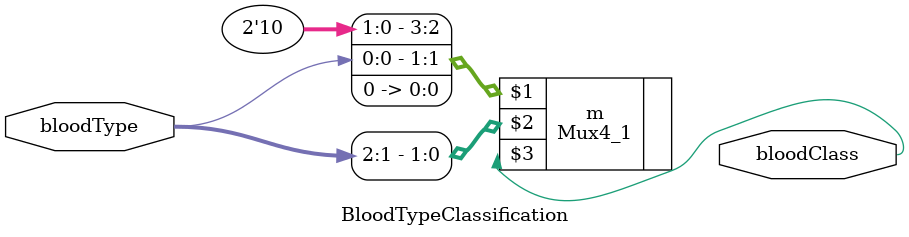
<source format=v>
`timescale 1ns / 1ps
`default_nettype none

/*
**********************************************************
** Logic Design Final Project Fall, 2019 Semester
** Amirkabir University of Technology (Tehran Polytechnic)
** Department of Computer Engineering (CEIT-AUT)
** Logic Circuit Design Laboratory
** https://ceit.aut.ac.ir
**********************************************************
** Student ID: XXXXXXX
** Student ID: XXXXXXX
**********************************************************
** Module Name: BloodTypeClassification
**********************************************************
** Additional Comments:
*/


module BloodTypeClassification(
        bloodType,
        bloodClass);
input [2:0] bloodType;
output bloodClass;
   Mux4_1 m({1'b1, 1'b0, bloodType[0], 1'b0}, {bloodType[2],bloodType[1]},bloodClass);
endmodule

</source>
